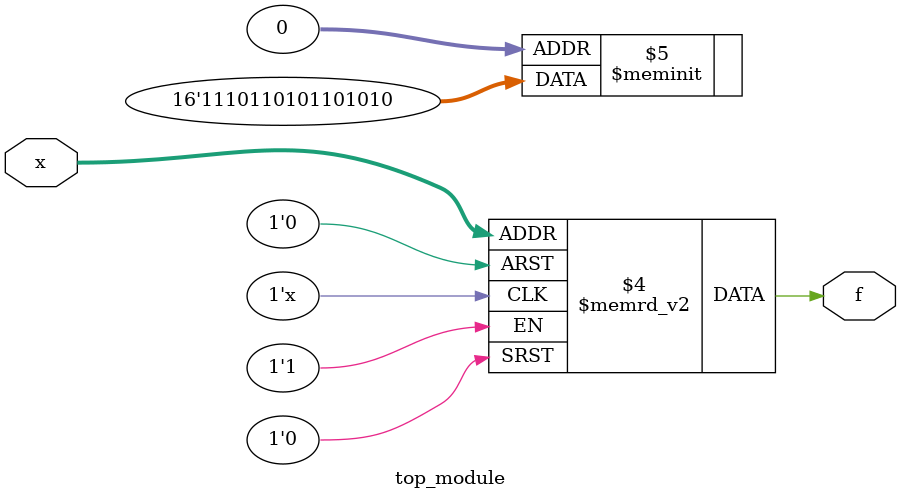
<source format=sv>
module top_module (
    input [4:1] x,
    output logic f
);


always_comb begin
    case (x)
        // x[3]x[4]   00 01 11 10
        4'b0000, 4'b0010, 4'b0100, 4'b0111, 4'b1001, 4'b1100: f = 0;
        4'b0001, 4'b0011, 4'b0110, 4'b1011: f = 1;
        default: f = 1; // For don't-care values
    endcase
end


endmodule

</source>
